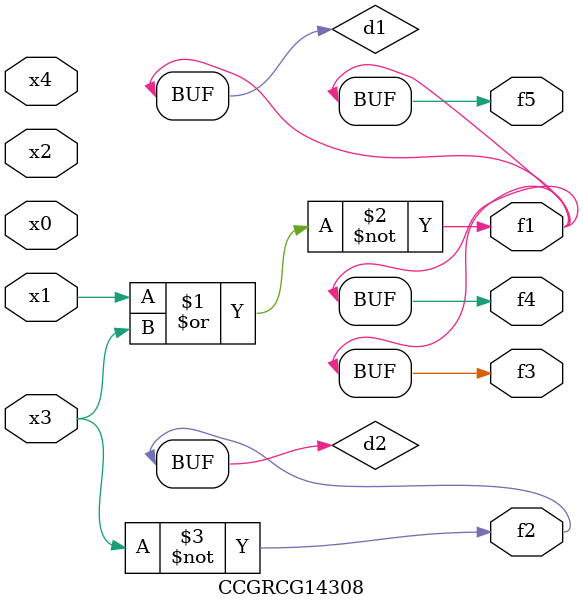
<source format=v>
module CCGRCG14308(
	input x0, x1, x2, x3, x4,
	output f1, f2, f3, f4, f5
);

	wire d1, d2;

	nor (d1, x1, x3);
	not (d2, x3);
	assign f1 = d1;
	assign f2 = d2;
	assign f3 = d1;
	assign f4 = d1;
	assign f5 = d1;
endmodule

</source>
